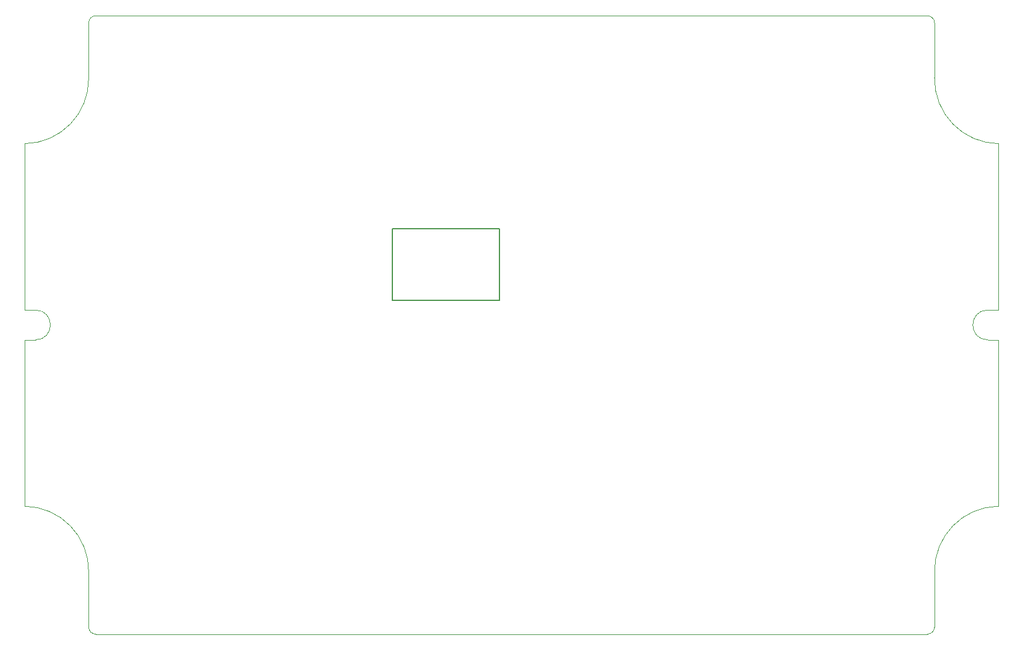
<source format=gko>
G04*
G04 #@! TF.GenerationSoftware,Altium Limited,Altium Designer,24.5.2 (23)*
G04*
G04 Layer_Color=16711935*
%FSLAX44Y44*%
%MOMM*%
G71*
G04*
G04 #@! TF.SameCoordinates,FF7F0701-0BDD-48FF-8A56-710F3804CBA9*
G04*
G04*
G04 #@! TF.FilePolarity,Positive*
G04*
G01*
G75*
%ADD19C,0.1000*%
%ADD20C,0.2000*%
D19*
X-30Y690000D02*
G03*
X89970Y782470I-1235J91235D01*
G01*
X100000Y870000D02*
G03*
X90000Y860000I0J-10000D01*
G01*
X15000Y414000D02*
G03*
X15000Y456000I0J21000D01*
G01*
X1355000D02*
G03*
X1355000Y414000I0J-21000D01*
G01*
X89970Y87530D02*
G03*
X-30Y180000I-91235J1235D01*
G01*
X1370030D02*
G03*
X1280030Y87530I1235J-91235D01*
G01*
X90000Y10000D02*
G03*
X100000Y0I10000J0D01*
G01*
X1280000Y860000D02*
G03*
X1270000Y870000I-10000J0D01*
G01*
Y0D02*
G03*
X1280000Y10000I0J10000D01*
G01*
X1280034Y782466D02*
G03*
X1370026Y690004I91227J-1235D01*
G01*
X-30Y456030D02*
Y690000D01*
X0Y456000D02*
X15000D01*
X89970Y782470D02*
Y859970D01*
X1280030Y10030D02*
Y87530D01*
X0Y180030D02*
Y414000D01*
X1355000Y414000D02*
X1370000D01*
X100000Y0D02*
X1270000D01*
X89970Y10030D02*
Y87530D01*
X1370026Y690004D02*
X1370030Y690000D01*
X1355000Y456000D02*
X1370000D01*
X1280030Y859970D02*
X1280034Y782466D01*
X1370000Y456000D02*
Y689978D01*
X0Y414000D02*
X15000D01*
X100000Y870000D02*
X1270000D01*
X1370000Y180030D02*
Y414000D01*
D20*
X517500Y570000D02*
X667500D01*
X517500Y503750D02*
Y570000D01*
X667500Y470000D02*
Y570000D01*
X517500Y470000D02*
X667500D01*
X517500D02*
Y503750D01*
M02*

</source>
